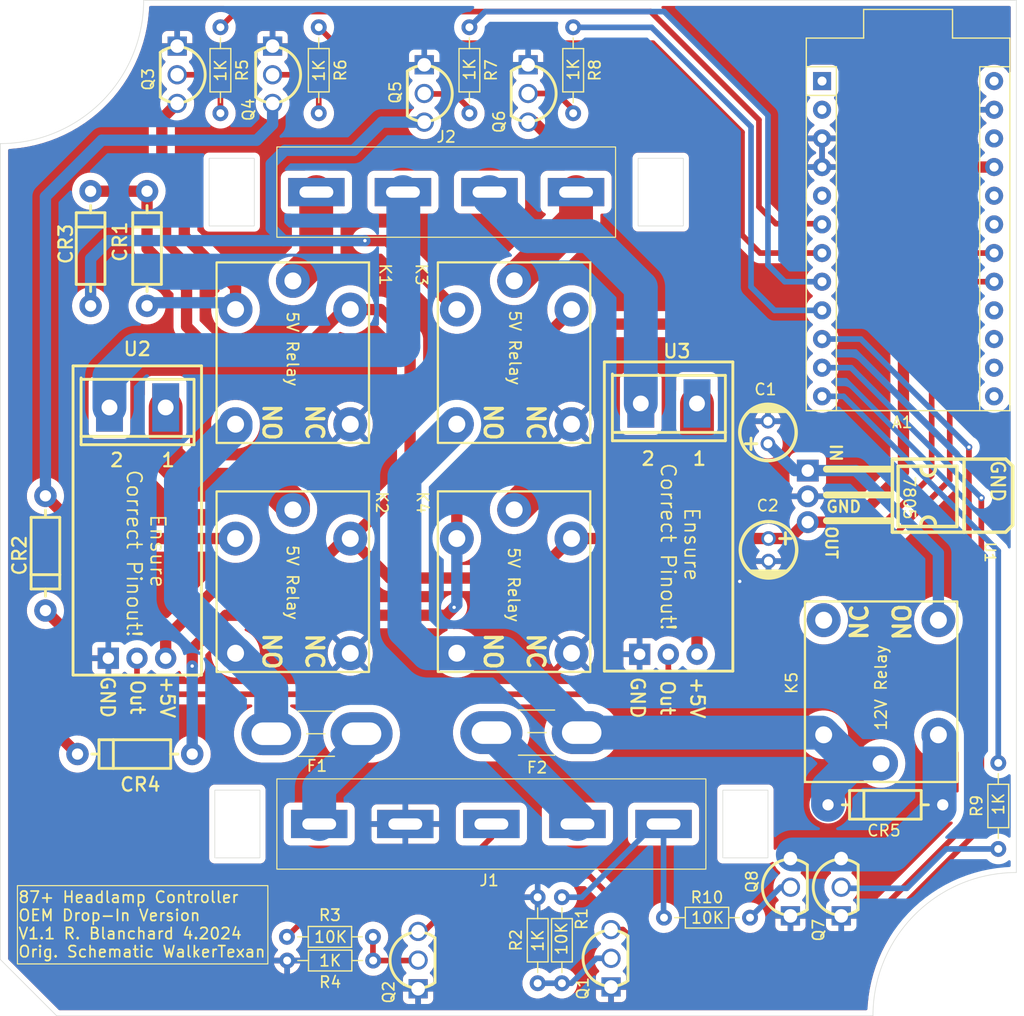
<source format=kicad_pcb>
(kicad_pcb (version 20240108) (generator "pcbnew") (generator_version "8.0")
  (title_block (title "87-88 Pontiac Fiero OEM Drop-In Headlight Module") (date "2024-05-08") (rev "1.1") (comment 1 "Designed to fit inside the original GM module housing with minimal modification") (comment 2 "https://www.hackster.io/walkertexan/fiero-headlight-controller-8eaa4c") (comment 3 "Based On An Original Schematic By WalkerTexan") (comment 4 "PCB Layout & Design By Ryan Blanchard"))
  (layers (0 "F.Cu" signal) (31 "B.Cu" signal) (34 "B.Paste" user) (35 "F.Paste" user) (36 "B.SilkS" user "B.Silkscreen") (37 "F.SilkS" user "F.Silkscreen") (38 "B.Mask" user) (39 "F.Mask" user) (44 "Edge.Cuts" user))
  (net 0 "")
  (net 1 "/DG3")
  (net 2 "/A1")
  (net 3 "/DG9")
  (net 5 "/DG4")
  (net 6 "/DG7")
  (net 7 "/DG8")
  (net 9 "/A0")
  (net 10 "/DG5")
  (net 11 "GND")
  (net 13 "/DG6")
  (net 14 "/+5V")
  (net 15 "/VI")
  (net 16 "Net-(Q3-C)")
  (net 17 "Net-(Q4-C)")
  (net 18 "Net-(Q5-C)")
  (net 19 "Net-(Q6-C)")
  (net 20 "/12V-1")
  (net 21 "Net-(Q7-C)")
  (net 22 "/Close Lamps")
  (net 23 "/Open Lamps")
  (net 24 "/12V-2")
  (net 25 "/U2 IN+")
  (net 26 "/U3 IN+")
  (net 27 "Net-(Q1-B)")
  (net 28 "Net-(Q2-B)")
  (net 29 "Net-(Q3-B)")
  (net 30 "Net-(Q4-B)")
  (net 31 "Net-(Q5-B)")
  (net 32 "/12V-2 Fused")
  (net 33 "Net-(Q7-B)")
  (net 34 "Net-(Q8-B)")
  (net 35 "/12V-1 Fused")
  (net 36 "Net-(Q6-B)")
  (net 37 "/C2-A")
  (net 38 "/C2-D")
  (net 39 "/C2-C")
  (net 40 "/C2-B")
  (footprint "Fiero:DIODE-1N4001" (layer "F.Cu") (at 53 74.3 90)
    (property "Reference" "CR1")
    (property "Value" "1N4001" (hide yes))
  )
  (footprint "Fiero:Fiero Headlight Controller 4-Pin" (layer "F.Cu") (at 79.5 76.3)
    (property "Reference" "J2")
    (property "Value" "Fiero 4-Pin Header" (hide yes))
    (fp_rect (start -21 -10) (end -17 -4) (stroke (width 0.05)) (fill none) (layer "Edge.Cuts"))
    (fp_rect (start 17 -10) (end 21 -4) (stroke (width 0.05)) (fill none) (layer "Edge.Cuts"))
  )
  (footprint "Resistor_THT:R_Axial_DIN0204_L3.6mm_D1.6mm_P7.62mm_Horizontal" (layer "F.Cu") (at 81.554945 54.69 -90)
    (property "Reference" "R7")
    (property "Value" "1K" (hide yes))
  )
  (footprint "Fiero:DIODE-1N4001" (layer "F.Cu") (at 48 74.3 90)
    (property "Reference" "CR3")
    (property "Value" "1N4001" (hide yes))
  )
  (footprint "Fiero:2N2222A" (layer "F.Cu") (at 94.1 137.2 90)
    (property "Reference" "Q1")
    (property "Value" "PN2222A" (hide yes))
  )
  (footprint "Fiero:JQC-T78-DC5V-C" (layer "F.Cu") (at 55.76 94.925 -90)
    (property "Reference" "K2")
    (property "Value" "JQC-T78-DC5V-C" (hide yes))
  )
  (footprint "Resistor_THT:R_Axial_DIN0204_L3.6mm_D1.6mm_P7.62mm_Horizontal" (layer "F.Cu") (at 73.03 137.4 180)
    (property "Reference" "R4")
    (property "Value" "1K" (hide yes))
  )
  (footprint "Resistor_THT:R_Axial_DIN0204_L3.6mm_D1.6mm_P7.62mm_Horizontal" (layer "F.Cu") (at 59.5 54.688809 -90)
    (property "Reference" "R5")
    (property "Value" "1K" (hide yes))
  )
  (footprint "Fiero:L7805" (layer "F.Cu") (at 111.5259 96.2635 -90)
    (property "Reference" "U1")
    (property "Value" "LM7805_TO220" (hide yes))
  )
  (footprint "Fiero:ACS712_A" (layer "F.Cu") (at 99.3 98.7 -90)
    (property "Reference" "U3")
    (property "Value" "CURRENT-SENSOR-ACS712#RH Door" (hide yes))
  )
  (footprint "Resistor_THT:R_Axial_DIN0204_L3.6mm_D1.6mm_P7.62mm_Horizontal" (layer "F.Cu") (at 65.39 135.3)
    (property "Reference" "R3")
    (property "Value" "10K" (hide yes))
  )
  (footprint "Fiero:Fiero Headlight Controller 5-Pin" (layer "F.Cu") (at 80 132.3)
    (property "Reference" "J1")
    (property "Value" "5 Pin Header" (hide yes))
    (fp_rect (start -21 -10) (end -17 -4) (stroke (width 0.05)) (fill none) (layer "Edge.Cuts"))
    (fp_rect (start 24 -10) (end 28 -4) (stroke (width 0.05)) (fill none) (layer "Edge.Cuts"))
  )
  (footprint "Fuse:Fuse_Blade_Mini_directSolder" (layer "F.Cu") (at 83.5 117.2)
    (property "Reference" "F2")
    (property "Value" "Fuse" (hide yes))
  )
  (footprint "Resistor_THT:R_Axial_DIN0204_L3.6mm_D1.6mm_P7.62mm_Horizontal" (layer "F.Cu") (at 128.4 127.51 90)
    (property "Reference" "R9")
    (property "Value" "1K" (hide yes))
  )
  (footprint "Fiero:Sparkfun_Pro_Micro" (layer "F.Cu") (at 128.03 87.4 180)
    (property "Reference" "A1")
    (property "Value" "Sparkfun_Pro_Micro")
  )
  (footprint "Fiero:CAP-TH_BD5.0-P2.00-D0.8-FD" (layer "F.Cu") (at 108 90.6 90)
    (property "Reference" "C1")
    (property "Value" "10uF" (hide yes))
  )
  (footprint "Fiero:2N2222A" (layer "F.Cu") (at 55.67 58.9 -90)
    (property "Reference" "Q3")
    (property "Value" "PN2222A" (hide yes))
  )
  (footprint "Fiero:CAP-TH_BD5.0-P2.00-D0.8-FD" (layer "F.Cu") (at 108.048133 101 -90)
    (property "Reference" "C2")
    (property "Value" "10uF" (hide yes))
  )
  (footprint "Fuse:Fuse_Blade_Mini_directSolder" (layer "F.Cu") (at 72 117.3 180)
    (property "Reference" "F1")
    (property "Value" "Fuse" (hide yes))
  )
  (footprint "Fiero:2N2222A" (layer "F.Cu") (at 64.11989 58.9 -90)
    (property "Reference" "Q4")
    (property "Value" "PN2222A" (hide yes))
  )
  (footprint "Resistor_THT:R_Axial_DIN0204_L3.6mm_D1.6mm_P7.62mm_Horizontal" (layer "F.Cu") (at 90.745055 54.69 -90)
    (property "Reference" "R8")
    (property "Value" "1K" (hide yes))
  )
  (footprint "Fiero:JQC-T78-DC5V-C" (layer "F.Cu") (at 55.76 74.63 -90)
    (property "Reference" "K1")
    (property "Value" "JQC-T78-DC5V-C" (hide yes))
  )
  (footprint "Fiero:2N2222A" (layer "F.Cu") (at 114.49011 130.9 90)
    (property "Reference" "Q7")
    (property "Value" "PN2222A" (hide yes))
  )
  (footprint "Fiero:JQC-T78-DC5V-C" (layer "F.Cu") (at 75.36 74.625 -90)
    (property "Reference" "K3")
    (property "Value" "JQC-T78-DC5V-C" (hide yes))
  )
  (footprint "Fiero:2N2222A" (layer "F.Cu") (at 86.754945 60.56 -90)
    (property "Reference" "Q6")
    (property "Value" "PN2222A" (hide yes))
  )
  (footprint "Fiero:2N2222A" (layer "F.Cu") (at 77.01 137.36 90)
    (property "Reference" "Q2")
    (property "Value" "PN2222A" (hide yes))
  )
  (footprint "Fiero:ACS712_A" (layer "F.Cu") (at 52.237 99.051 -90)
    (property "Reference" "U2")
    (property "Value" "CURRENT-SENSOR-ACS712#LH Door" (hide yes))
  )
  (footprint "Resistor_THT:R_Axial_DIN0204_L3.6mm_D1.6mm_P7.62mm_Horizontal" (layer "F.Cu") (at 68.21 54.688809 -90)
    (property "Reference" "R6")
    (property "Value" "1K" (hide yes))
  )
  (footprint "Fiero:DIODE-1N4001" (layer "F.Cu") (at 51.92 119.1 180)
    (property "Reference" "CR4")
    (property "Value" "1N4001" (hide yes))
  )
  (footprint "Fiero:2N2222A" (layer "F.Cu") (at 109.99011 130.9 90)
    (property "Reference" "Q8")
    (property "Value" "PN2222A" (hide yes))
  )
  (footprint "Fiero:JQC-T78-DC5V-C" (layer "F.Cu") (at 128.175 122.475 90)
    (property "Reference" "K5")
    (property "Value" "JQC-T78-DC12V-C" (hide yes))
  )
  (footprint "Resistor_THT:R_Axial_DIN0204_L3.6mm_D1.6mm_P7.62mm_Horizontal" (layer "F.Cu") (at 89.75 131.79 -90)
    (property "Reference" "R1")
    (property "Value" "10K" (hide yes))
  )
  (footprint "Fiero:2N2222A" (layer "F.Cu") (at 77.554945 60.56 -90)
    (property "Reference" "Q5")
    (property "Value" "PN2222A" (hide yes))
  )
  (footprint "Fiero:DIODE-1N4001" (layer "F.Cu") (at 118.4 123.6 180)
    (property "Reference" "CR5")
    (property "Value" "1N4001" (hide yes))
  )
  (footprint "Resistor_THT:R_Axial_DIN0204_L3.6mm_D1.6mm_P7.62mm_Horizontal" (layer "F.Cu") (at 87.6 139.41 90)
    (property "Reference" "R2")
    (property "Value" "1K" (hide yes))
  )
  (footprint "Fiero:JQC-T78-DC5V-C" (layer "F.Cu") (at 75.36 94.92 -90)
    (property "Reference" "K4")
    (property "Value" "JQC-T78-DC5V-C" (hide yes))
  )
  (footprint "Resistor_THT:R_Axial_DIN0204_L3.6mm_D1.6mm_P7.62mm_Horizontal" (layer "F.Cu") (at 106.41 133.6 180)
    (property "Reference" "R10")
    (property "Value" "10K" (hide yes))
  )
  (footprint "Fiero:DIODE-1N4001" (layer "F.Cu") (at 44 101.3 -90)
    (property "Reference" "CR2")
    (property "Value" "1N4001" (hide yes))
  )
  (gr_poly (pts (xy 109.595642 88.831739) (xy 106.293642 88.831739) (xy 107.244642 88.225739) (xy 108.744642 88.225739)) (stroke (width 0.1)) (fill solid) (layer "F.SilkS"))
  (gr_rect (start 41.519709 130.759612) (end 63.7 137.7) (stroke (width 0.1)) (fill none) (layer "F.SilkS"))
  (gr_poly (pts (xy 106.398 102.794) (xy 109.7 102.794) (xy 108.537249 103.454594) (xy 107.293642 103.374261)) (stroke (width 0.1)) (fill solid) (layer "F.SilkS"))
  (gr_line (start 40 137.3) (end 45 142.3) (stroke (width 0.05)) (layer "Edge.Cuts"))
  (gr_arc (start 117.3 142.3) (mid 121.019744 133.319744) (end 130 129.6) (stroke (width 0.05)) (layer "Edge.Cuts"))
  (gr_line (start 40 65) (end 40 137.3) (stroke (width 0.05)) (layer "Edge.Cuts"))
  (gr_line (start 52.7 52.3) (end 130 52.3) (stroke (width 0.05)) (layer "Edge.Cuts"))
  (gr_line (start 117.3 142.3) (end 45 142.3) (stroke (width 0.05)) (layer "Edge.Cuts"))
  (gr_arc (start 52.7 52.3) (mid 48.980256 61.280256) (end 40 65) (stroke (width 0.05)) (layer "Edge.Cuts"))
  (gr_line (start 130 129.6) (end 130 52.3) (stroke (width 0.05)) (layer "Edge.Cuts"))
  (gr_text "1K" (at 68.81 59.6 90) (layer "F.SilkS") (effects (font (size 1 1)) (justify left bottom)))
  (gr_text "    Ensure \nCorrect Pinout!\n" (at 98.4 93.2 -90) (layer "F.SilkS") (effects (font (size 1.3 1.3)) (justify left bottom)))
  (gr_text "1K" (at 129 124.6 90) (layer "F.SilkS") (effects (font (size 1 1)) (justify left bottom)))
  (gr_text "10K" (at 101.1 134.2 0) (layer "F.SilkS") (effects (font (size 1 1)) (justify left bottom)))
  (gr_text "    Ensure \nCorrect Pinout!\n" (at 51.1 93.8 -90) (layer "F.SilkS") (effects (font (size 1.3 1.3)) (justify left bottom)))
  (gr_text "1K" (at 60.1 59.6 90) (layer "F.SilkS") (effects (font (size 1 1)) (justify left bottom)))
  (gr_text "1K" (at 91.345055 59.5 90) (layer "F.SilkS") (effects (font (size 1 1)) (justify left bottom)))
  (gr_text "Out" (at 51.45 112.414286 270) (layer "F.SilkS") (effects (font (size 1.2 1.2) (thickness 0.2) (bold yes)) (justify left bottom)))
  (gr_text "1K" (at 68.15 138 0) (layer "F.SilkS") (effects (font (size 1 1)) (justify left bottom)))
  (gr_text "5V Relay" (at 85 79.7 -90) (layer "F.SilkS") (effects (font (size 1 1)) (justify left bottom)))
  (gr_text "5V Relay" (at 84.9 100.7 -90) (layer "F.SilkS") (effects (font (size 1 1)) (justify left bottom)))
  (gr_text "Out" (at 98.4 112.464286 270) (layer "F.SilkS") (effects (font (size 1.2 1.2) (thickness 0.2) (bold yes)) (justify left bottom)))
  (gr_text "GND" (at 95.75 112.15 270) (layer "F.SilkS") (effects (font (size 1.2 1.2) (thickness 0.2) (bold yes)) (justify left bottom)))
  (gr_text "87+ Headlamp Controller\nOEM Drop-In Version\nV1.1 R. Blanchard 4.2024\nOrig. Schematic WalkerTexan" (at 41.519709 137.2 0) (layer "F.SilkS") (effects (font (size 1 1)) (justify left bottom)))
  (gr_text "10K" (at 90.3 137.01 90) (layer "F.SilkS") (effects (font (size 1 1)) (justify left bottom)))
  (gr_text "+5V" (at 101.05 112.15 270) (layer "F.SilkS") (effects (font (size 1.2 1.2) (thickness 0.2) (bold yes)) (justify left bottom)))
  (gr_text "GND" (at 48.8 112.1 270) (layer "F.SilkS") (effects (font (size 1.2 1.2) (thickness 0.2) (bold yes)) (justify left bottom)))
  (gr_text "1K" (at 82.154945 59.5 90) (layer "F.SilkS") (effects (font (size 1 1)) (justify left bottom)))
  (gr_text "5V Relay" (at 65.3 100.5 -90) (layer "F.SilkS") (effects (font (size 1 1)) (justify left bottom)))
  (gr_text "1K" (at 88.2 136.71 90) (layer "F.SilkS") (effects (font (size 1 1)) (justify left bottom)))
  (gr_text "10K" (at 67.71 135.9 0) (layer "F.SilkS") (effects (font (size 1 1)) (justify left bottom)))
  (gr_text "12V Relay" (at 118.6 117.1 90) (layer "F.SilkS") (effects (font (size 1 1)) (justify left bottom)))
  (gr_text "5V Relay" (at 65.3 79.8 -90) (layer "F.SilkS") (effects (font (size 1 1)) (justify left bottom)))
  (gr_text "+5V" (at 54.1 112.1 270) (layer "F.SilkS") (effects (font (size 1.2 1.2) (thickness 0.2) (bold yes)) (justify left bottom)))
  (segment (start 97.6 53.3) (end 107.2 62.9) (width 0.5) (layer "F.Cu") (net 1))
  (segment (start 60.888809 53.3) (end 97.6 53.3) (width 0.5) (layer "F.Cu") (net 1))
  (segment (start 59.5 54.688809) (end 60.888809 53.3) (width 0.5) (layer "F.Cu") (net 1))
  (segment (start 112.73 72.1) (end 112.79 72.16) (width 0.5) (layer "F.Cu") (net 1))
  (segment (start 108.7 72.1) (end 112.73 72.1) (width 0.5) (layer "F.Cu") (net 1))
  (segment (start 107.2 62.9) (end 107.2 70.6) (width 0.5) (layer "F.Cu") (net 1))
  (segment (start 107.2 70.6) (end 108.7 72.1) (width 0.5) (layer "F.Cu") (net 1))
  (segment (start 112.5 100.9) (end 116 100.9) (width 0.5) (layer "F.Cu") (net 2))
  (segment (start 99.173 111.673) (end 99.8 112.3) (width 0.5) (layer "F.Cu") (net 2))
  (segment (start 125.5 74.7) (end 128.03 74.7) (width 0.5) (layer "F.Cu") (net 2))
  (segment (start 99.173 110.257) (end 99.173 111.673) (width 0.5) (layer "F.Cu") (net 2))
  (segment (start 104.5 110.9) (end 104.5 108.9) (width 0.5) (layer "F.Cu") (net 2))
  (segment (start 116 100.9) (end 122.5 94.4) (width 0.5) (layer "F.Cu") (net 2))
  (segment (start 99.8 112.3) (end 103.1 112.3) (width 0.5) (layer "F.Cu") (net 2))
  (segment (start 122.5 94.4) (end 122.5 77.7) (width 0.5) (layer "F.Cu") (net 2))
  (segment (start 103.1 112.3) (end 104.5 110.9) (width 0.5) (layer "F.Cu") (net 2))
  (segment (start 122.5 77.7) (end 125.5 74.7) (width 0.5) (layer "F.Cu") (net 2))
  (segment (start 104.5 108.9) (end 112.5 100.9) (width 0.5) (layer "F.Cu") (net 2))
  (segment (start 128.4 119.89) (end 128.4 101.1) (width 0.5) (layer "B.Cu") (net 3))
  (segment (start 128.4 101.1) (end 114.7 87.4) (width 0.5) (layer "B.Cu") (net 3))
  (segment (start 114.7 87.4) (end 112.79 87.4) (width 0.5) (layer "B.Cu") (net 3))
  (segment (start 69.621191 56.1) (end 97.8 56.1) (width 0.5) (layer "F.Cu") (net 5))
  (segment (start 107.3 74.7) (end 112.79 74.7) (width 0.5) (layer "F.Cu") (net 5))
  (segment (start 105.7 73.1) (end 107.3 74.7) (width 0.5) (layer "F.Cu") (net 5))
  (segment (start 97.8 56.1) (end 105.7 64) (width 0.5) (layer "F.Cu") (net 5))
  (segment (start 105.7 64) (end 105.7 73.1) (width 0.5) (layer "F.Cu") (net 5))
  (segment (start 68.21 54.688809) (end 69.621191 56.1) (width 0.5) (layer "F.Cu") (net 5))
  (segment (start 92.2 129.9) (end 82.465 129.9) (width 0.5) (layer "F.Cu") (net 6))
  (segment (start 125.8 125.1) (end 114.5 136.4) (width 0.5) (layer "F.Cu") (net 6))
  (segment (start 114.5 136.4) (end 98.7 136.4) (width 0.5) (layer "F.Cu") (net 6))
  (segment (start 98.7 136.4) (end 92.2 129.9) (width 0.5) (layer "F.Cu") (net 6))
  (segment (start 82.465 129.9) (end 77.545 134.82) (width 0.5) (layer "F.Cu") (net 6))
  (segment (start 77.545 134.82) (end 77.01 134.82) (width 0.5) (layer "F.Cu") (net 6))
  (segment (start 125.8 91.9) (end 125.8 125.1) (width 0.5) (layer "F.Cu") (net 6))
  (via (at 125.8 91.9) (size 0.6) (drill 0.3) (layers "F.Cu" "B.Cu") (net 6))
  (segment (start 116.22 82.32) (end 112.79 82.32) (width 0.5) (layer "B.Cu") (net 6))
  (segment (start 125.8 91.9) (end 116.22 82.32) (width 0.5) (layer "B.Cu") (net 6))
  (segment (start 98.2 137.7) (end 95.16 134.66) (width 0.5) (layer "F.Cu") (net 7))
  (segment (start 95.16 134.66) (end 94.1 134.66) (width 0.5) (layer "F.Cu") (net 7))
  (segment (start 126.9 125.6) (end 114.8 137.7) (width 0.5) (layer "F.Cu") (net 7))
  (segment (start 114.8 137.7) (end 98.2 137.7) (width 0.5) (layer "F.Cu") (net 7))
  (segment (start 126.9 96.4) (end 126.9 125.6) (width 0.5) (layer "F.Cu") (net 7))
  (via (at 126.9 96.4) (size 0.6) (drill 0.3) (layers "F.Cu" "B.Cu") (net 7))
  (segment (start 115.36 84.86) (end 112.79 84.86) (width 0.5) (layer "B.Cu") (net 7))
  (segment (start 126.9 96.4) (end 115.36 84.86) (width 0.5) (layer "B.Cu") (net 7))
  (segment (start 105.8 111.4) (end 105.8 109.65) (width 0.5) (layer "F.Cu") (net 9))
  (segment (start 113.05 102.4) (end 116.5 102.4) (width 0.5) (layer "F.Cu") (net 9))
  (segment (start 116.5 102.4) (end 124.1 94.8) (width 0.5) (layer "F.Cu") (net 9))
  (segment (start 124.1 94.8) (end 124.1 79.6) (width 0.5) (layer "F.Cu") (net 9))
  (segment (start 103.4 113.8) (end 105.8 111.4) (width 0.5) (layer "F.Cu") (net 9))
  (segment (start 105.8 109.65) (end 113.05 102.4) (width 0.5) (layer "F.Cu") (net 9))
  (segment (start 124.1 79.6) (end 126.46 77.24) (width 0.5) (layer "F.Cu") (net 9))
  (segment (start 52.11 112.41) (end 53.5 113.8) (width 0.5) (layer "F.Cu") (net 9))
  (segment (start 53.5 113.8) (end 103.4 113.8) (width 0.5) (layer "F.Cu") (net 9))
  (segment (start 126.46 77.24) (end 128.03 77.24) (width 0.5) (layer "F.Cu") (net 9))
  (segment (start 52.11 110.608) (end 52.11 112.41) (width 0.5) (layer "F.Cu") (net 9))
  (segment (start 108 75.75) (end 109.49 77.24) (width 0.5) (layer "B.Cu") (net 10))
  (segment (start 81.554945 54.69) (end 82.944945 53.3) (width 0.5) (layer "B.Cu") (net 10))
  (segment (start 109.49 77.24) (end 112.79 77.24) (width 0.5) (layer "B.Cu") (net 10))
  (segment (start 108 62.5) (end 108 75.75) (width 0.5) (layer "B.Cu") (net 10))
  (segment (start 82.944945 53.3) (end 98.8 53.3) (width 0.5) (layer "B.Cu") (net 10))
  (segment (start 98.8 53.3) (end 108 62.5) (width 0.5) (layer "B.Cu") (net 10))
  (via (at 105.5 103.8) (size 0.6) (drill 0.3) (layers "F.Cu" "B.Cu") (net 11))
  (segment (start 106.5 77.7) (end 108.58 79.78) (width 0.5) (layer "B.Cu") (net 13))
  (segment (start 108.58 79.78) (end 112.79 79.78) (width 0.5) (layer "B.Cu") (net 13))
  (segment (start 97.7 54.7) (end 106.5 63.5) (width 0.5) (layer "B.Cu") (net 13))
  (segment (start 90.755055 54.7) (end 97.7 54.7) (width 0.5) (layer "B.Cu") (net 13))
  (segment (start 106.5 63.5) (end 106.5 77.7) (width 0.5) (layer "B.Cu") (net 13))
  (segment (start 90.745055 54.69) (end 90.755055 54.7) (width 0.5) (layer "B.Cu") (net 13))
  (segment (start 45.1 117.36) (end 45.1 109.1) (width 1) (layer "F.Cu") (net 14))
  (segment (start 71.005 100.005) (end 71 100.005) (width 1) (layer "F.Cu") (net 14))
  (segment (start 70.395 79.71) (end 66.805 83.3) (width 1) (layer "F.Cu") (net 14))
  (segment (start 57.30375 106.20375) (end 54.65 108.8575) (width 1) (layer "F.Cu") (net 14))
  (segment (start 104.3 100) (end 90.6 100) (width 1) (layer "F.Cu") (net 14))
  (segment (start 70.495 100.005) (end 66 104.5) (width 1) (layer "F.Cu") (net 14))
  (segment (start 49 108.2) (end 45.82 108.2) (width 1) (layer "F.Cu") (net 14))
  (segment (start 111.3495 98.5495) (end 109.899 100) (width 1) (layer "F.Cu") (net 14))
  (segment (start 55.3075 108.2) (end 57.30375 106.20375) (width 1) (layer "F.Cu") (net 14))
  (segment (start 73.67 79.71) (end 70.395 79.71) (width 1) (layer "F.Cu") (net 14))
  (segment (start 53 69.22) (end 48 69.22) (width 1) (layer "F.Cu") (net 14))
  (segment (start 120 94.1) (end 120 71.5) (width 1) (layer "F.Cu") (net 14))
  (segment (start 124.42 67.08) (end 128.03 67.08) (width 1) (layer "F.Cu") (net 14))
  (segment (start 46.84 119.1) (end 45.1 117.36) (width 1) (layer "F.Cu") (net 14))
  (segment (start 101.713 102.587) (end 101.713 110.257) (width 1) (layer "F.Cu") (net 14))
  (segment (start 56.5 77.8) (end 53 74.3) (width 1) (layer "F.Cu") (net 14))
  (segment (start 54.65 108.8575) (end 54.65 110.608) (width 1) (layer "F.Cu") (net 14))
  (segment (start 59.0075 104.5) (end 57.30375 106.20375) (width 1) (layer "F.Cu") (net 14))
  (segment (start 85.2 85.2) (end 90.6 79.8) (width 1) (layer "F.Cu") (net 14))
  (segment (start 76.3 82.34) (end 73.67 79.71) (width 1) (layer "F.Cu") (net 14))
  (segment (start 74.5 103.5) (end 71.005 100.005) (width 1) (layer "F.Cu") (net 14))
  (segment (start 87.1 103.5) (end 74.5 103.5) (width 1) (layer "F.Cu") (net 14))
  (segment (start 45.82 108.2) (end 44 106.38) (width 1) (layer "F.Cu") (net 14))
  (segment (start 120 71.5) (end 124.42 67.08) (width 1) (layer "F.Cu") (net 14))
  (segment (start 66.805 83.3) (end 58.6 83.3) (width 1) (layer "F.Cu") (net 14))
  (segment (start 71.095 100.005) (end 76.3 94.8) (width 1) (layer "F.Cu") (net 14))
  (segment (start 76.3 94.8) (end 76.3 82.34) (width 1) (layer "F.Cu") (net 14))
  (segment (start 109.899 100) (end 104.3 100) (width 1) (layer "F.Cu") (net 14))
  (segment (start 49 108.2) (end 55.3075 108.2) (width 1) (layer "F.Cu") (net 14))
  (segment (start 56.5 81.2) (end 56.5 77.8) (width 1) (layer "F.Cu") (net 14))
  (segment (start 46 108.2) (end 49 108.2) (width 1) (layer "F.Cu") (net 14))
  (segment (start 104.3 100) (end 101.713 102.587) (width 1) (layer "F.Cu") (net 14))
  (segment (start 111.5259 98.5495) (end 111.3495 98.5495) (width 1) (layer "F.Cu") (net 14))
  (segment (start 58.6 83.3) (end 56.5 81.2) (width 1) (layer "F.Cu") (net 14))
  (segment (start 53 74.3) (end 53 69.22) (width 1) (layer "F.Cu") (net 14))
  (segment (start 90.6 100) (end 87.1 103.5) (width 1) (layer "F.Cu") (net 14))
  (segment (start 76.3 88) (end 79.1 85.2) (width 1) (layer "F.Cu") (net 14))
  (segment (start 79.1 85.2) (end 85.2 85.2) (width 1) (layer "F.Cu") (net 14))
  (segment (start 66 104.5) (end 59.0075 104.5) (width 1) (layer "F.Cu") (net 14))
  (segment (start 90.6 79.8) (end 90.6 79.705) (width 1) (layer "F.Cu") (net 14))
  (segment (start 115.5505 98.5495) (end 120 94.1) (width 1) (layer "F.Cu") (net 14))
  (segment (start 71 100.005) (end 71.095 100.005) (width 1) (layer "F.Cu") (net 14))
  (segment (start 111.5259 98.5495) (end 115.5505 98.5495) (width 1) (layer "F.Cu") (net 14))
  (segment (start 45.1 109.1) (end 46 108.2) (width 1) (layer "F.Cu") (net 14))
  (segment (start 110.3775 93.9775) (end 108 91.6) (width 1) (layer "B.Cu") (net 15))
  (segment (start 123.095 107.235) (end 123.095 101.295) (width 1) (layer "B.Cu") (net 15))
  (segment (start 115.7775 93.9775) (end 111.5259 93.9775) (width 1) (layer "B.Cu") (net 15))
  (segment (start 111.5259 93.9775) (end 110.3775 93.9775) (width 1) (layer "B.Cu") (net 15))
  (segment (start 123.095 101.295) (end 115.7775 93.9775) (width 1) (layer "B.Cu") (net 15))
  (segment (start 54.31 67.01) (end 56.3 69) (width 1) (layer "F.Cu") (net 16))
  (segment (start 56.3 73.2) (end 60.84 77.74) (width 1) (layer "F.Cu") (net 16))
  (segment (start 60.84 77.74) (end 60.84 79.71) (width 1) (layer "F.Cu") (net 16))
  (segment (start 55.67 61.44) (end 54.31 62.8) (width 1) (layer "F.Cu") (net 16))
  (segment (start 56.3 69) (end 56.3 73.2) (width 1) (layer "F.Cu") (net 16))
  (segment (start 54.31 62.8) (end 54.31 67.01) (width 1) (layer "F.Cu") (net 16))
  (segment (start 60.235 79.105) (end 53.275 79.105) (width 1) (layer "B.Cu") (net 16))
  (segment (start 53.275 79.105) (end 53 79.38) (width 1) (layer "B.Cu") (net 16))
  (segment (start 60.84 79.71) (end 60.235 79.105) (width 1) (layer "B.Cu") (net 16))
  (segment (start 47.785 100.005) (end 44 96.22) (width 1) (layer "F.Cu") (net 17))
  (segment (start 60.84 100.005) (end 47.785 100.005) (width 1) (layer "F.Cu") (net 17))
  (segment (start 64.11989 61.44) (end 64.11989 63.29011) (width 1) (layer "B.Cu") (net 17))
  (segment (start 62.71 64.7) (end 49 64.7) (width 1) (layer "B.Cu") (net 17))
  (segment (start 64.11989 63.29011) (end 62.71 64.7) (width 1) (layer "B.Cu") (net 17))
  (segment (start 49 64.7) (end 44 69.7) (width 1) (layer "B.Cu") (net 17))
  (segment (start 44 69.7) (end 44 96.22) (width 1) (layer "B.Cu") (net 17))
  (segment (start 80.375 79.705) (end 80.44 79.705) (width 1) (layer "F.Cu") (net 18))
  (segment (start 74.27 73.6) (end 80.375 79.705) (width 1) (layer "F.Cu") (net 18))
  (segment (start 72.3 73.6) (end 74.27 73.6) (width 1) (layer "F.Cu") (net 18))
  (via (at 72.3 73.6) (size 0.6) (drill 0.3) (layers "F.Cu" "B.Cu") (net 18))
  (segment (start 64 72.5) (end 65.1 73.6) (width 1) (layer "B.Cu") (net 18))
  (segment (start 65.1 73.6) (end 49.6 73.6) (width 1) (layer "B.Cu") (net 18))
  (segment (start 48 75.2) (end 48 79.38) (width 1) (layer "B.Cu") (net 18))
  (segment (start 64 66.8) (end 64 72.5) (width 1) (layer "B.Cu") (net 18))
  (segment (start 65.2 65.6) (end 64 66.8) (width 1) (layer "B.Cu") (net 18))
  (segment (start 72.3 73.6) (end 65.1 73.6) (width 1) (layer "B.Cu") (net 18))
  (segment (start 49.6 73.6) (end 48 75.2) (width 1) (layer "B.Cu") (net 18))
  (segment (start 77.454945 63.1) (end 73.8 63.1) (width 1) (layer "B.Cu") (net 18))
  (segment (start 71.3 65.6) (end 65.2 65.6) (width 1) (layer "B.Cu") (net 18))
  (segment (start 73.8 63.1) (end 71.3 65.6) (width 1) (layer "B.Cu") (net 18))
  (segment (start 102.5 78.8) (end 100.3 81) (width 1) (layer "F.Cu") (net 19))
  (segment (start 86.754945 63.1) (end 87.3 63.1) (width 1) (layer "F.Cu") (net 19))
  (segment (start 57 109.8) (end 57 111.3) (width 1) (layer "F.Cu") (net 19))
  (segment (start 60 106.8) (end 57 109.8) (width 1) (layer "F.Cu") (net 19))
  (segment (start 102.5 65.3) (end 102.5 78.8) (width 1) (layer "F.Cu") (net 19))
  (segment (start 80.2 106.1) (end 79.5 106.8) (width 1) (layer "F.Cu") (net 19))
  (segment (start 100.3 81) (end 93.5 81) (width 1) (layer "F.Cu") (net 19))
  (segment (start 87.3 63.1) (end 88.5 64.3) (width 1) (layer "F.Cu") (net 19))
  (segment (start 80.44 94.06) (end 80.44 100) (width 1) (layer "F.Cu") (net 19))
  (segment (start 101.5 64.3) (end 102.5 65.3) (width 1) (layer "F.Cu") (net 19))
  (segment (start 93.5 81) (end 80.44 94.06) (width 1) (layer "F.Cu") (net 19))
  (segment (start 88.5 64.3) (end 101.5 64.3) (width 1) (layer "F.Cu") (net 19))
  (segment (start 79.5 106.8) (end 60 106.8) (width 1) (layer "F.Cu") (net 19))
  (via (at 57 111.3) (size 0.6) (drill 0.3) (layers "F.Cu" "B.Cu") (net 19))
  (via (at 80.2 106.1) (size 0.6) (drill 0.3) (layers "F.Cu" "B.Cu") (net 19))
  (segment (start 57 111.3) (end 57 119.1) (width 1) (layer "B.Cu") (net 19))
  (segment (start 80.44 105.86) (end 80.44 100) (width 1) (layer "B.Cu") (net 19))
  (segment (start 80.2 106.1) (end 80.44 105.86) (width 1) (layer "B.Cu") (net 19))
  (segment (start 72 117.3) (end 72 118.3) (width 3) (layer "B.Cu") (net 20))
  (segment (start 72 118.3) (end 68.25 122.05) (width 3) (layer "B.Cu") (net 20))
  (segment (start 68.25 122.05) (end 68.25 125.3) (width 3) (layer "B.Cu") (net 20))
  (segment (start 123.2 117.5) (end 123.095 117.395) (width 3) (layer "B.Cu") (net 21))
  (segment (start 123.2 123.32) (end 123.2 123.88) (width 3) (layer "B.Cu") (net 21))
  (segment (start 123.2 123.88) (end 119.08 128) (width 3) (layer "B.Cu") (net 21))
  (segment (start 123.2 123.32) (end 123.2 117.5) (width 3) (layer "B.Cu") (net 21))
  (segment (start 119.08 128) (end 110.2 128) (width 3) (layer "B.Cu") (net 21))
  (segment (start 83.5 125.3) (end 83.5 126.5) (width 0.5) (layer "F.Cu") (net 22))
  (segment (start 71.09 129.6) (end 65.39 135.3) (width 0.5) (layer "F.Cu") (net 22))
  (segment (start 83.5 126.5) (end 80.4 129.6) (width 0.5) (layer "F.Cu") (net 22))
  (segment (start 80.4 129.6) (end 71.09 129.6) (width 0.5) (layer "F.Cu") (net 22))
  (segment (start 91.51 131.79) (end 89.75 131.79) (width 0.5) (layer "B.Cu") (net 23))
  (segment (start 98.75 133.56) (end 98.79 133.6) (width 0.5) (layer "B.Cu") (net 23))
  (segment (start 98.75 125.3) (end 98 125.3) (width 0.5) (layer "B.Cu") (net 23))
  (segment (start 98 125.3) (end 91.51 131.79) (width 0.5) (layer "B.Cu") (net 23))
  (segment (start 98.75 125.3) (end 98.75 133.56) (width 0.5) (layer "B.Cu") (net 23))
  (segment (start 91.125 124.825) (end 91.125 125.3) (width 3) (layer "B.Cu") (net 24))
  (segment (start 83.5 117.2) (end 91.125 124.825) (width 3) (layer "B.Cu") (net 24))
  (segment (start 57.232 95.232) (end 54.65 92.65) (width 3) (layer "F.Cu") (net 25))
  (segment (start 54.65 92.65) (end 54.65 88.383) (width 3) (layer "F.Cu") (net 25))
  (segment (start 64.097 95.232) (end 57.232 95.232) (width 3) (layer "F.Cu") (net 25))
  (segment (start 65.92 97.465) (end 65.92 97.055) (width 3) (layer "F.Cu") (net 25))
  (segment (start 65.92 97.055) (end 64.097 95.232) (width 3) (layer "F.Cu") (net 25))
  (segment (start 87.18 95.8) (end 99.7 95.8) (width 3) (layer "F.Cu") (net 26))
  (segment (start 99.7 95.8) (end 101.713 93.787) (width 3) (layer "F.Cu") (net 26))
  (segment (start 85.52 97.46) (end 87.18 95.8) (width 3) (layer "F.Cu") (net 26))
  (segment (start 101.713 93.787) (end 101.713 88.032) (width 3) (layer "F.Cu") (net 26))
  (segment (start 89.75 139.41) (end 90.59 139.41) (width 0.5) (layer "B.Cu") (net 27))
  (segment (start 87.6 139.41) (end 89.75 139.41) (width 0.5) (layer "B.Cu") (net 27))
  (segment (start 92.8 137.2) (end 94.1 137.2) (width 0.5) (layer "B.Cu") (net 27))
  (segment (start 90.59 139.41) (end 92.8 137.2) (width 0.5) (layer "B.Cu") (net 27))
  (segment (start 73.03 137.4) (end 76.97 137.4) (width 0.5) (layer "F.Cu") (net 28))
  (segment (start 73.01 135.3) (end 73.01 137.38) (width 0.5) (layer "F.Cu") (net 28))
  (segment (start 76.97 137.4) (end 77.01 137.36) (width 0.5) (layer "F.Cu") (net 28))
  (segment (start 73.01 137.38) (end 73.03 137.4) (width 0.5) (layer "F.Cu") (net 28))
  (segment (start 59.5 60.79) (end 57.61 58.9) (width 0.5) (layer "F.Cu") (net 29))
  (segment (start 57.61 58.9) (end 55.67 58.9) (width 0.5) (layer "F.Cu") (net 29))
  (segment (start 59.5 62.308809) (end 59.5 60.79) (width 0.5) (layer "F.Cu") (net 29))
  (segment (start 64.11989 58.9) (end 66.31 58.9) (width 0.5) (layer "F.Cu") (net 30))
  (segment (start 66.31 58.9) (end 68.21 60.8) (width 0.5) (layer "F.Cu") (net 30))
  (segment (start 68.21 60.8) (end 68.21 62.308809) (width 0.5) (layer "F.Cu") (net 30))
  (segment (start 77.594945 60.6) (end 77.554945 60.56) (width 0.5) (layer "F.Cu") (net 31))
  (segment (start 81.554945 62.31) (end 81.554945 61.90989) (width 0.5) (layer "F.Cu") (net 31))
  (segment (start 80.245055 60.6) (end 77.594945 60.6) (width 0.5) (layer "F.Cu") (net 31))
  (segment (start 81.554945 61.90989) (end 80.245055 60.6) (width 0.5) (layer "F.Cu") (net 31))
  (segment (start 77.86 110.16) (end 75.8 108.1) (width 3) (layer "B.Cu") (net 32))
  (segment (start 80.44 110.16) (end 77.86 110.16) (width 3) (layer "B.Cu") (net 32))
  (segment (start 112.935 117.395) (end 115.475 119.935) (width 3) (layer "B.Cu") (net 32))
  (segment (start 91.6 117.2) (end 84.56 110.16) (width 3) (layer "B.Cu") (net 32))
  (segment (start 75.8 108.1) (end 75.8 94.5) (width 3) (layer "B.Cu") (net 32))
  (segment (start 84.56 110.16) (end 80.44 110.16) (width 3) (layer "B.Cu") (net 32))
  (segment (start 112.74 117.2) (end 91.6 117.2) (width 3) (layer "B.Cu") (net 32))
  (segment (start 80.435 89.865) (end 80.44 89.865) (width 3) (layer "B.Cu") (net 32))
  (segment (start 112.74 117.2) (end 112.935 117.395) (width 0.2) (layer "B.Cu") (net 32))
  (segment (start 75.8 94.5) (end 80.435 89.865) (width 3) (layer "B.Cu") (net 32))
  (segment (start 113.32 122.09) (end 113.32 123.6) (width 3) (layer "B.Cu") (net 32))
  (segment (start 115.475 119.935) (end 113.32 122.09) (width 3) (layer "B.Cu") (net 32))
  (segment (start 115.475 119.935) (end 118.015 119.935) (width 3) (layer "B.Cu") (net 32))
  (segment (start 120.3 131) (end 123.79 127.51) (width 0.5) (layer "B.Cu") (net 33))
  (segment (start 123.79 127.51) (end 128.4 127.51) (width 0.5) (layer "B.Cu") (net 33))
  (segment (start 114.59011 131) (end 120.3 131) (width 0.5) (layer "B.Cu") (net 33))
  (segment (start 114.49011 130.9) (end 114.59011 131) (width 0.5) (layer "B.Cu") (net 33))
  (segment (start 109.99011 130.9) (end 109.11 130.9) (width 0.5) (layer "B.Cu") (net 34))
  (segment (start 109.11 130.9) (end 106.41 133.6) (width 0.5) (layer "B.Cu") (net 34))
  (segment (start 60.84 89.87) (end 60.84 90.06) (width 3) (layer "B.Cu") (net 35))
  (segment (start 56 105.325) (end 60.84 110.165) (width 3) (layer "B.Cu") (net 35))
  (segment (start 60.84 110.165) (end 60.865 110.165) (width 3) (layer "B.Cu") (net 35))
  (segment (start 56 94.9) (end 56 105.325) (width 3) (layer "B.Cu") (net 35))
  (segment (start 60.865 110.165) (end 64 113.3) (width 3) (layer "B.Cu") (net 35))
  (segment (start 60.84 90.06) (end 56 94.9) (width 3) (layer "B.Cu") (net 35))
  (segment (start 64 113.3) (end 64 117.3) (width 3) (layer "B.Cu") (net 35))
  (segment (start 89.305055 60.56) (end 86.754945 60.56) (width 0.5) (layer "F.Cu") (net 36))
  (segment (start 90.745055 62.31) (end 90.745055 62) (width 0.5) (layer "F.Cu") (net 36))
  (segment (start 90.745055 62) (end 89.305055 60.56) (width 0.5) (layer "F.Cu") (net 36))
  (segment (start 67.985 75.105) (end 67.985 69.315) (width 3) (layer "F.Cu") (net 37))
  (segment (start 65.92 77.17) (end 67.985 75.105) (width 3) (layer "F.Cu") (net 37))
  (segment (start 67.985 69.315) (end 68 69.3) (width 3) (layer "F.Cu") (net 37))
  (segment (start 91 71.7) (end 91 69.3) (width 3) (layer "F.Cu") (net 38))
  (segment (start 85.52 77.165) (end 85.535 77.165) (width 3) (layer "F.Cu") (net 38))
  (segment (start 85.535 77.165) (end 91 71.7) (width 3) (layer "F.Cu") (net 38))
  (segment (start 96.7346 88.032) (end 96.7346 77.7346) (width 3) (layer "B.Cu") (net 39))
  (segment (start 83.333332 69.816666) (end 83.333332 69.3) (width 3) (layer "B.Cu") (net 39))
  (segment (start 92.2 73.2) (end 86.716666 73.2) (width 3) (layer "B.Cu") (net 39))
  (segment (start 96.7346 77.7346) (end 92.2 73.2) (width 3) (layer "B.Cu") (net 39))
  (segment (start 86.716666 73.2) (end 83.333332 69.816666) (width 3) (layer "B.Cu") (net 39))
  (segment (start 49.6716 88.383) (end 49.6716 85.6284) (width 3) (layer "B.Cu") (net 40))
  (segment (start 52 83.3) (end 75.4 83.3) (width 3) (layer "B.Cu") (net 40))
  (segment (start 75.4 83.3) (end 75.7 83) (width 3) (layer "B.Cu") (net 40))
  (segment (start 49.6716 85.6284) (end 52 83.3) (width 3) (layer "B.Cu") (net 40))
  (segment (start 75.7 69.333334) (end 75.666666 69.3) (width 3) (layer "B.Cu") (net 40))
  (segment (start 75.7 83) (end 75.7 69.333334) (width 3) (layer "B.Cu") (net 40))
  (zone (net 11) (net_name "GND") (layers "F&B.Cu") (name "Ground Plane") (connect_pads (clearance 0.6553)) (min_thickness 0.25) (fill yes (thermal_gap 0.5) (thermal_bridge_width 0.5))
    (polygon (pts (xy 130.7 142.3) (xy 40.7 142.3) (xy 40.7 52.3) (xy 130.7 52.3)))
  )
)
</source>
